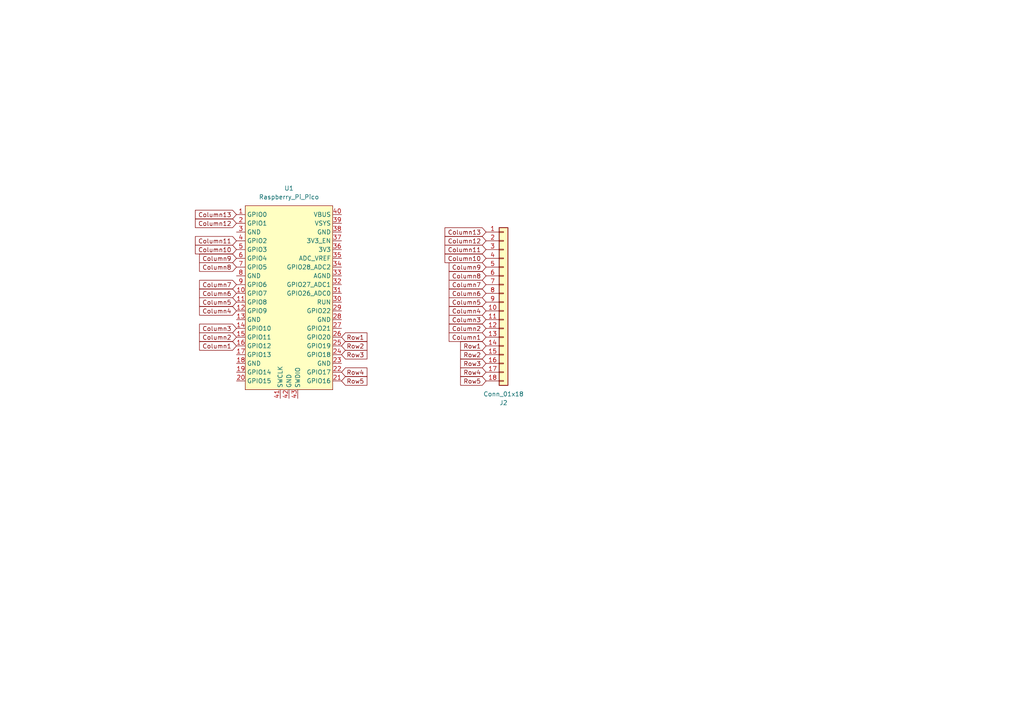
<source format=kicad_sch>
(kicad_sch (version 20231120) (generator "eeschema") (generator_version "8.0")
  (paper "A4")
  (lib_symbols
    (symbol "ScottoKeebs:MCU_Raspberry_Pi_Pico"
      (property "Reference" "U" (at 0 0 0))
      (property "Value" "Raspberry_Pi_Pico" (at 0 27.94 0))
      (symbol "MCU_Raspberry_Pi_Pico_0_1"
        (rectangle (start -12.7 26.67) (end 12.7 -26.67) (fill (type background)))
      )
      (symbol "MCU_Raspberry_Pi_Pico_1_1"
        (pin bidirectional line (at -15.24 24.13 0) (length 2.54) (name "GPIO0") (number "1"))
        (pin bidirectional line (at -15.24 1.27 0) (length 2.54) (name "GPIO7") (number "10"))
        (pin bidirectional line (at -15.24 -1.27 0) (length 2.54) (name "GPIO8") (number "11"))
        (pin bidirectional line (at -15.24 -3.81 0) (length 2.54) (name "GPIO9") (number "12"))
        (pin power_in line (at -15.24 -6.35 0) (length 2.54) (name "GND") (number "13"))
        (pin bidirectional line (at -15.24 -8.89 0) (length 2.54) (name "GPIO10") (number "14"))
        (pin bidirectional line (at -15.24 -11.43 0) (length 2.54) (name "GPIO11") (number "15"))
        (pin bidirectional line (at -15.24 -13.97 0) (length 2.54) (name "GPIO12") (number "16"))
        (pin bidirectional line (at -15.24 -16.51 0) (length 2.54) (name "GPIO13") (number "17"))
        (pin power_in line (at -15.24 -19.05 0) (length 2.54) (name "GND") (number "18"))
        (pin bidirectional line (at -15.24 -21.59 0) (length 2.54) (name "GPIO14") (number "19"))
        (pin bidirectional line (at -15.24 21.59 0) (length 2.54) (name "GPIO1") (number "2"))
        (pin bidirectional line (at -15.24 -24.13 0) (length 2.54) (name "GPIO15") (number "20"))
        (pin bidirectional line (at 15.24 -24.13 180) (length 2.54) (name "GPIO16") (number "21"))
        (pin bidirectional line (at 15.24 -21.59 180) (length 2.54) (name "GPIO17") (number "22"))
        (pin power_in line (at 15.24 -19.05 180) (length 2.54) (name "GND") (number "23"))
        (pin bidirectional line (at 15.24 -16.51 180) (length 2.54) (name "GPIO18") (number "24"))
        (pin bidirectional line (at 15.24 -13.97 180) (length 2.54) (name "GPIO19") (number "25"))
        (pin bidirectional line (at 15.24 -11.43 180) (length 2.54) (name "GPIO20") (number "26"))
        (pin bidirectional line (at 15.24 -8.89 180) (length 2.54) (name "GPIO21") (number "27"))
        (pin power_in line (at 15.24 -6.35 180) (length 2.54) (name "GND") (number "28"))
        (pin bidirectional line (at 15.24 -3.81 180) (length 2.54) (name "GPIO22") (number "29"))
        (pin power_in line (at -15.24 19.05 0) (length 2.54) (name "GND") (number "3"))
        (pin input line (at 15.24 -1.27 180) (length 2.54) (name "RUN") (number "30"))
        (pin bidirectional line (at 15.24 1.27 180) (length 2.54) (name "GPIO26_ADC0") (number "31"))
        (pin bidirectional line (at 15.24 3.81 180) (length 2.54) (name "GPIO27_ADC1") (number "32"))
        (pin power_in line (at 15.24 6.35 180) (length 2.54) (name "AGND") (number "33"))
        (pin bidirectional line (at 15.24 8.89 180) (length 2.54) (name "GPIO28_ADC2") (number "34"))
        (pin power_in line (at 15.24 11.43 180) (length 2.54) (name "ADC_VREF") (number "35"))
        (pin power_in line (at 15.24 13.97 180) (length 2.54) (name "3V3") (number "36"))
        (pin input line (at 15.24 16.51 180) (length 2.54) (name "3V3_EN") (number "37"))
        (pin bidirectional line (at 15.24 19.05 180) (length 2.54) (name "GND") (number "38"))
        (pin power_in line (at 15.24 21.59 180) (length 2.54) (name "VSYS") (number "39"))
        (pin bidirectional line (at -15.24 16.51 0) (length 2.54) (name "GPIO2") (number "4"))
        (pin power_in line (at 15.24 24.13 180) (length 2.54) (name "VBUS") (number "40"))
        (pin input line (at -2.54 -29.21 90) (length 2.54) (name "SWCLK") (number "41"))
        (pin power_in line (at 0 -29.21 90) (length 2.54) (name "GND") (number "42"))
        (pin bidirectional line (at 2.54 -29.21 90) (length 2.54) (name "SWDIO") (number "43"))
        (pin bidirectional line (at -15.24 13.97 0) (length 2.54) (name "GPIO3") (number "5"))
        (pin bidirectional line (at -15.24 11.43 0) (length 2.54) (name "GPIO4") (number "6"))
        (pin bidirectional line (at -15.24 8.89 0) (length 2.54) (name "GPIO5") (number "7"))
        (pin power_in line (at -15.24 6.35 0) (length 2.54) (name "GND") (number "8"))
        (pin bidirectional line (at -15.24 3.81 0) (length 2.54) (name "GPIO6") (number "9"))
      )
    )
    (symbol "SparkFun-Connector:Conn_01x18" (pin_names (offset 1.016) hide)
      (property "Reference" "J" (at 0 22.86 0))
      (property "Value" "Conn_01x18" (at 0 -25.4 0))
      (symbol "Conn_01x18_1_1"
        (rectangle (start -1.27 -22.733) (end 0 -22.987) (stroke (width 0.1524)))
        (rectangle (start -1.27 -20.193) (end 0 -20.447) (stroke (width 0.1524)))
        (rectangle (start -1.27 -17.653) (end 0 -17.907) (stroke (width 0.1524)))
        (rectangle (start -1.27 -15.113) (end 0 -15.367) (stroke (width 0.1524)))
        (rectangle (start -1.27 -12.573) (end 0 -12.827) (stroke (width 0.1524)))
        (rectangle (start -1.27 -10.033) (end 0 -10.287) (stroke (width 0.1524)))
        (rectangle (start -1.27 -7.493) (end 0 -7.747) (stroke (width 0.1524)))
        (rectangle (start -1.27 -4.953) (end 0 -5.207) (stroke (width 0.1524)))
        (rectangle (start -1.27 -2.413) (end 0 -2.667) (stroke (width 0.1524)))
        (rectangle (start -1.27 0.127) (end 0 -0.127) (stroke (width 0.1524)))
        (rectangle (start -1.27 2.667) (end 0 2.413) (stroke (width 0.1524)))
        (rectangle (start -1.27 5.207) (end 0 4.953) (stroke (width 0.1524)))
        (rectangle (start -1.27 7.747) (end 0 7.493) (stroke (width 0.1524)))
        (rectangle (start -1.27 10.287) (end 0 10.033) (stroke (width 0.1524)))
        (rectangle (start -1.27 12.827) (end 0 12.573) (stroke (width 0.1524)))
        (rectangle (start -1.27 15.367) (end 0 15.113) (stroke (width 0.1524)))
        (rectangle (start -1.27 17.907) (end 0 17.653) (stroke (width 0.1524)))
        (rectangle (start -1.27 20.447) (end 0 20.193) (stroke (width 0.1524)))
        (rectangle (start -1.27 21.59) (end 1.27 -24.13) (stroke (width 0.254)) (fill (type background)))
        (pin passive line (at -5.08 20.32 0) (length 3.81) (name "Pin_1") (number "1"))
        (pin passive line (at -5.08 -2.54 0) (length 3.81) (name "Pin_10") (number "10"))
        (pin passive line (at -5.08 -5.08 0) (length 3.81) (name "Pin_11") (number "11"))
        (pin passive line (at -5.08 -7.62 0) (length 3.81) (name "Pin_12") (number "12"))
        (pin passive line (at -5.08 -10.16 0) (length 3.81) (name "Pin_13") (number "13"))
        (pin passive line (at -5.08 -12.7 0) (length 3.81) (name "Pin_14") (number "14"))
        (pin passive line (at -5.08 -15.24 0) (length 3.81) (name "Pin_15") (number "15"))
        (pin passive line (at -5.08 -17.78 0) (length 3.81) (name "Pin_16") (number "16"))
        (pin passive line (at -5.08 -20.32 0) (length 3.81) (name "Pin_17") (number "17"))
        (pin passive line (at -5.08 -22.86 0) (length 3.81) (name "Pin_18") (number "18"))
        (pin passive line (at -5.08 17.78 0) (length 3.81) (name "Pin_2") (number "2"))
        (pin passive line (at -5.08 15.24 0) (length 3.81) (name "Pin_3") (number "3"))
        (pin passive line (at -5.08 12.7 0) (length 3.81) (name "Pin_4") (number "4"))
        (pin passive line (at -5.08 10.16 0) (length 3.81) (name "Pin_5") (number "5"))
        (pin passive line (at -5.08 7.62 0) (length 3.81) (name "Pin_6") (number "6"))
        (pin passive line (at -5.08 5.08 0) (length 3.81) (name "Pin_7") (number "7"))
        (pin passive line (at -5.08 2.54 0) (length 3.81) (name "Pin_8") (number "8"))
        (pin passive line (at -5.08 0 0) (length 3.81) (name "Pin_9") (number "9"))
      )
    )
  )
  (global_label "Row1" (shape input) (at 99.06 97.79 0) (property "Intersheetrefs" "${INTERSHEET_REFS}" (effects (hide yes))))
  (global_label "Column7" (shape input) (at 68.58 82.55 180) (property "Intersheetrefs" "${INTERSHEET_REFS}" (effects (hide yes))))
  (global_label "Column10" (shape input) (at 68.58 72.39 180) (property "Intersheetrefs" "${INTERSHEET_REFS}" (effects (hide yes))))
  (global_label "Column5" (shape input) (at 68.58 87.63 180) (property "Intersheetrefs" "${INTERSHEET_REFS}" (effects (hide yes))))
  (global_label "Row3" (shape input) (at 99.06 102.87 0) (property "Intersheetrefs" "${INTERSHEET_REFS}" (effects (hide yes))))
  (global_label "Column8" (shape input) (at 140.97 80.01 180) (property "Intersheetrefs" "${INTERSHEET_REFS}" (effects (hide yes))))
  (global_label "Column4" (shape input) (at 68.58 90.17 180) (property "Intersheetrefs" "${INTERSHEET_REFS}" (effects (hide yes))))
  (global_label "Row4" (shape input) (at 99.06 107.95 0) (property "Intersheetrefs" "${INTERSHEET_REFS}" (effects (hide yes))))
  (global_label "Column7" (shape input) (at 140.97 82.55 180) (property "Intersheetrefs" "${INTERSHEET_REFS}" (effects (hide yes))))
  (global_label "Column8" (shape input) (at 68.58 77.47 180) (property "Intersheetrefs" "${INTERSHEET_REFS}" (effects (hide yes))))
  (global_label "Column9" (shape input) (at 68.58 74.93 180) (property "Intersheetrefs" "${INTERSHEET_REFS}" (effects (hide yes))))
  (global_label "Column3" (shape input) (at 68.58 95.25 180) (property "Intersheetrefs" "${INTERSHEET_REFS}" (effects (hide yes))))
  (global_label "Row2" (shape input) (at 99.06 100.33 0) (property "Intersheetrefs" "${INTERSHEET_REFS}" (effects (hide yes))))
  (global_label "Row3" (shape input) (at 140.97 105.41 180) (property "Intersheetrefs" "${INTERSHEET_REFS}" (effects (hide yes))))
  (global_label "Row5" (shape input) (at 99.06 110.49 0) (property "Intersheetrefs" "${INTERSHEET_REFS}" (effects (hide yes))))
  (global_label "Column9" (shape input) (at 140.97 77.47 180) (property "Intersheetrefs" "${INTERSHEET_REFS}" (effects (hide yes))))
  (global_label "Column5" (shape input) (at 140.97 87.63 180) (property "Intersheetrefs" "${INTERSHEET_REFS}" (effects (hide yes))))
  (global_label "Column2" (shape input) (at 140.97 95.25 180) (property "Intersheetrefs" "${INTERSHEET_REFS}" (effects (hide yes))))
  (global_label "Column12" (shape input) (at 68.58 64.77 180) (property "Intersheetrefs" "${INTERSHEET_REFS}" (effects (hide yes))))
  (global_label "Column13" (shape input) (at 140.97 67.31 180) (property "Intersheetrefs" "${INTERSHEET_REFS}" (effects (hide yes))))
  (global_label "Column1" (shape input) (at 140.97 97.79 180) (property "Intersheetrefs" "${INTERSHEET_REFS}" (effects (hide yes))))
  (global_label "Column2" (shape input) (at 68.58 97.79 180) (property "Intersheetrefs" "${INTERSHEET_REFS}" (effects (hide yes))))
  (global_label "Column3" (shape input) (at 140.97 92.71 180) (property "Intersheetrefs" "${INTERSHEET_REFS}" (effects (hide yes))))
  (global_label "Column1" (shape input) (at 68.58 100.33 180) (property "Intersheetrefs" "${INTERSHEET_REFS}" (effects (hide yes))))
  (global_label "Column13" (shape input) (at 68.58 62.23 180) (property "Intersheetrefs" "${INTERSHEET_REFS}" (effects (hide yes))))
  (global_label "Row1" (shape input) (at 140.97 100.33 180) (property "Intersheetrefs" "${INTERSHEET_REFS}" (effects (hide yes))))
  (global_label "Column6" (shape input) (at 68.58 85.09 180) (property "Intersheetrefs" "${INTERSHEET_REFS}" (effects (hide yes))))
  (global_label "Row4" (shape input) (at 140.97 107.95 180) (property "Intersheetrefs" "${INTERSHEET_REFS}" (effects (hide yes))))
  (global_label "Row2" (shape input) (at 140.97 102.87 180) (property "Intersheetrefs" "${INTERSHEET_REFS}" (effects (hide yes))))
  (global_label "Column10" (shape input) (at 140.97 74.93 180) (property "Intersheetrefs" "${INTERSHEET_REFS}" (effects (hide yes))))
  (global_label "Column11" (shape input) (at 68.58 69.85 180) (property "Intersheetrefs" "${INTERSHEET_REFS}" (effects (hide yes))))
  (global_label "Column12" (shape input) (at 140.97 69.85 180) (property "Intersheetrefs" "${INTERSHEET_REFS}" (effects (hide yes))))
  (global_label "Row5" (shape input) (at 140.97 110.49 180) (property "Intersheetrefs" "${INTERSHEET_REFS}" (effects (hide yes))))
  (global_label "Column4" (shape input) (at 140.97 90.17 180) (property "Intersheetrefs" "${INTERSHEET_REFS}" (effects (hide yes))))
  (global_label "Column11" (shape input) (at 140.97 72.39 180) (property "Intersheetrefs" "${INTERSHEET_REFS}" (effects (hide yes))))
  (global_label "Column6" (shape input) (at 140.97 85.09 180) (property "Intersheetrefs" "${INTERSHEET_REFS}" (effects (hide yes))))
  (symbol (lib_id "ScottoKeebs:MCU_Raspberry_Pi_Pico") (at 83.82 86.36 0) (unit 1)
    (property "Reference" "U1" (at 83.82 54.61 0))
    (property "Value" "Raspberry_Pi_Pico" (at 83.82 57.15 0))
    (property "Footprint" "ScottoKeebs_MCU:Raspberry_Pi_Pico" (effects (hide yes)))
  )
  (symbol (lib_id "SparkFun-Connector:Conn_01x18") (at 146.05 87.63 0) (unit 1)
    (property "Reference" "J2" (at 146.05 116.84 0))
    (property "Value" "Conn_01x18" (at 146.05 114.3 0))
    (property "Footprint" "Connector_FFC-FPC:Hirose_FH12-18S-0.5SH_1x18-1MP_P0.50mm_Horizontal" (effects (hide yes)))
    (property "Description" "Generic connector, single row, 01x18, script generated (kicad-library-utils/schlib/autogen/connector/)" (effects (hide yes)))
  )
)
</source>
